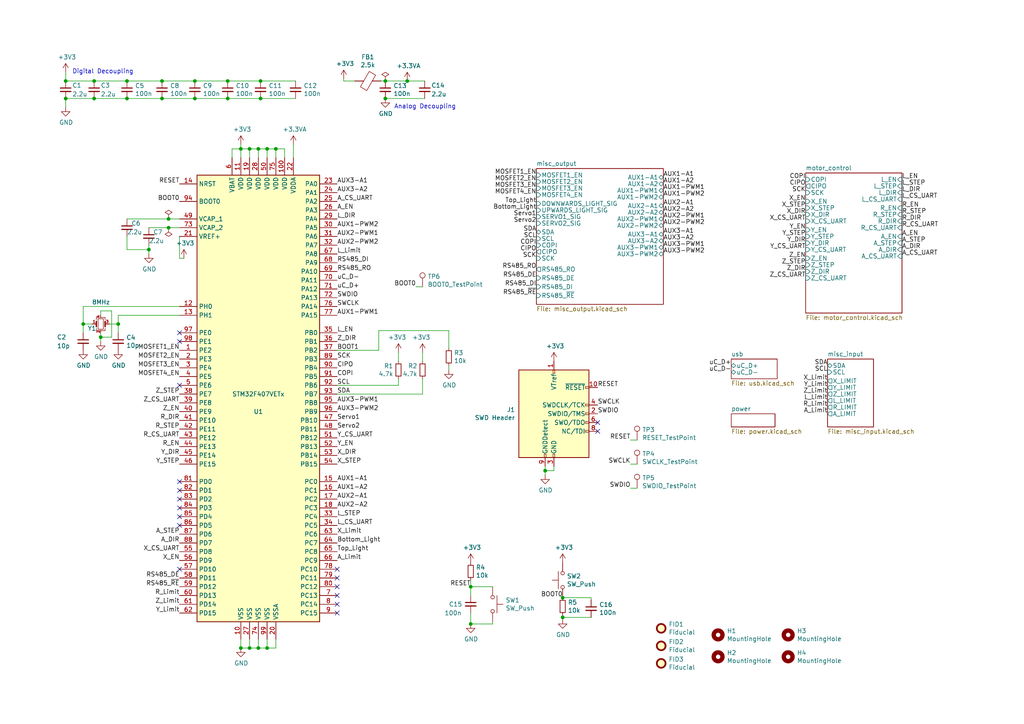
<source format=kicad_sch>
(kicad_sch (version 20211123) (generator eeschema)
  (paper "A4")
  (title_block (title "Index Mobo") (date "2021-02-19") (rev "003"))
  (lib_symbols
    (symbol "Connector:Conn_ARM_JTAG_SWD_10" (pin_names (offset 1.016))
      (property "Reference" "J" (at -2.54 16.51 0))
      (property "Value" "Conn_ARM_JTAG_SWD_10" (at -2.54 13.97 0))
      (symbol "Conn_ARM_JTAG_SWD_10_0_1"
        (rectangle (start -10.16 12.7) (end 10.16 -12.7) (stroke (width 0.254)) (fill (type background)))
        (rectangle (start -2.794 -12.7) (end -2.286 -11.684))
        (rectangle (start -0.254 -12.7) (end 0.254 -11.684))
        (rectangle (start -0.254 12.7) (end 0.254 11.684))
        (rectangle (start 9.144 2.286) (end 10.16 2.794))
        (rectangle (start 10.16 -2.794) (end 9.144 -2.286))
        (rectangle (start 10.16 -0.254) (end 9.144 0.254))
        (rectangle (start 10.16 7.874) (end 9.144 7.366))
      )
      (symbol "Conn_ARM_JTAG_SWD_10_1_1"
        (rectangle (start 9.144 -5.334) (end 10.16 -4.826))
        (pin power_in line (at 0 15.24 270) (length 2.54) (name "VTref") (number "1"))
        (pin open_collector line (at 12.7 7.62 180) (length 2.54) (name "~{RESET}") (number "10"))
        (pin bidirectional line (at 12.7 0 180) (length 2.54) (name "SWDIO/TMS") (number "2"))
        (pin power_in line (at 0 -15.24 90) (length 2.54) (name "GND") (number "3"))
        (pin output line (at 12.7 2.54 180) (length 2.54) (name "SWDCLK/TCK") (number "4"))
        (pin passive line (at 0 -15.24 90) (length 2.54) hide (name "GND") (number "5"))
        (pin input line (at 12.7 -2.54 180) (length 2.54) (name "SWO/TDO") (number "6"))
        (pin no_connect line (at -10.16 0 0) (length 2.54) hide (name "KEY") (number "7"))
        (pin output line (at 12.7 -5.08 180) (length 2.54) (name "NC/TDI") (number "8"))
        (pin passive line (at -2.54 -15.24 90) (length 2.54) (name "GNDDetect") (number "9"))
      )
    )
    (symbol "Connector:TestPoint" (pin_numbers hide) (pin_names (offset 0.762) hide)
      (property "Reference" "TP" (at 0 6.858 0))
      (property "Value" "TestPoint" (at 0 5.08 0))
      (symbol "TestPoint_0_1"
        (circle (center 0 3.302) (radius 0.762))
      )
      (symbol "TestPoint_1_1"
        (pin passive line (at 0 0 90) (length 2.54) (name "1") (number "1"))
      )
    )
    (symbol "Device:C_Small" (pin_numbers hide) (pin_names (offset 0.254) hide)
      (property "Reference" "C" (at 0.254 1.778 0))
      (property "Value" "C_Small" (at 0.254 -2.032 0))
      (symbol "C_Small_0_1"
        (polyline (pts (xy -1.524 -0.508) (xy 1.524 -0.508)) (stroke (width 0.3302)))
        (polyline (pts (xy -1.524 0.508) (xy 1.524 0.508)) (stroke (width 0.3048)))
      )
      (symbol "C_Small_1_1"
        (pin passive line (at 0 2.54 270) (length 2.032) (name "~") (number "1"))
        (pin passive line (at 0 -2.54 90) (length 2.032) (name "~") (number "2"))
      )
    )
    (symbol "Device:Crystal_GND24_Small" (pin_names (offset 1.016) hide)
      (property "Reference" "Y" (at 1.27 4.445 0))
      (property "Value" "Crystal_GND24_Small" (at 1.27 2.54 0))
      (symbol "Crystal_GND24_Small_0_1"
        (rectangle (start -0.762 -1.524) (end 0.762 1.524))
        (polyline (pts (xy -1.27 -0.762) (xy -1.27 0.762)) (stroke (width 0.381)))
        (polyline (pts (xy 1.27 -0.762) (xy 1.27 0.762)) (stroke (width 0.381)))
        (polyline (pts (xy -1.27 -1.27) (xy -1.27 -1.905) (xy 1.27 -1.905) (xy 1.27 -1.27)))
        (polyline (pts (xy -1.27 1.27) (xy -1.27 1.905) (xy 1.27 1.905) (xy 1.27 1.27)))
      )
      (symbol "Crystal_GND24_Small_1_1"
        (pin passive line (at -2.54 0 0) (length 1.27) (name "1") (number "1"))
        (pin passive line (at 0 -2.54 90) (length 0.635) (name "2") (number "2"))
        (pin passive line (at 2.54 0 180) (length 1.27) (name "3") (number "3"))
        (pin passive line (at 0 2.54 270) (length 0.635) (name "4") (number "4"))
      )
    )
    (symbol "Device:Ferrite_Bead" (pin_numbers hide) (pin_names (offset 0))
      (property "Reference" "FB" (at -3.81 0.635 90))
      (property "Value" "Device_Ferrite_Bead" (at 3.81 0 90))
      (symbol "Ferrite_Bead_0_1"
        (polyline (pts (xy 0 -1.27) (xy 0 -1.2192)))
        (polyline (pts (xy 0 1.27) (xy 0 1.2954)))
        (polyline (pts (xy -2.7686 0.4064) (xy -1.7018 2.2606) (xy 2.7686 -0.3048) (xy 1.6764 -2.159) (xy -2.7686 0.4064)))
      )
      (symbol "Ferrite_Bead_1_1"
        (pin passive line (at 0 3.81 270) (length 2.54) (name "~") (number "1"))
        (pin passive line (at 0 -3.81 90) (length 2.54) (name "~") (number "2"))
      )
    )
    (symbol "Device:R_Small" (pin_numbers hide) (pin_names (offset 0.254) hide)
      (property "Reference" "R" (at 0.762 0.508 0))
      (property "Value" "R_Small" (at 0.762 -1.016 0))
      (symbol "R_Small_0_1"
        (rectangle (start -0.762 1.778) (end 0.762 -1.778) (stroke (width 0.2032)))
      )
      (symbol "R_Small_1_1"
        (pin passive line (at 0 2.54 270) (length 0.762) (name "~") (number "1"))
        (pin passive line (at 0 -2.54 90) (length 0.762) (name "~") (number "2"))
      )
    )
    (symbol "MCU_ST_STM32F4:STM32F407VETx"
      (property "Reference" "U" (at -17.78 64.77 0))
      (property "Value" "STM32F407VETx" (at 12.7 64.77 0))
      (symbol "STM32F407VETx_0_1"
        (rectangle (start -17.78 -66.04) (end 17.78 63.5) (stroke (width 0.254)) (fill (type background)))
      )
      (symbol "STM32F407VETx_1_1"
        (pin bidirectional line (at -22.86 12.7 0) (length 5.08) (name "PE2") (number "1"))
        (pin power_in line (at -5.08 -71.12 90) (length 5.08) (name "VSS") (number "10"))
        (pin power_in line (at 7.62 68.58 270) (length 5.08) (name "VDD") (number "100"))
        (pin power_in line (at -5.08 68.58 270) (length 5.08) (name "VDD") (number "11"))
        (pin input line (at -22.86 25.4 0) (length 5.08) (name "PH0") (number "12"))
        (pin input line (at -22.86 22.86 0) (length 5.08) (name "PH1") (number "13"))
        (pin input line (at -22.86 60.96 0) (length 5.08) (name "NRST") (number "14"))
        (pin bidirectional line (at 22.86 -25.4 180) (length 5.08) (name "PC0") (number "15"))
        (pin bidirectional line (at 22.86 -27.94 180) (length 5.08) (name "PC1") (number "16"))
        (pin bidirectional line (at 22.86 -30.48 180) (length 5.08) (name "PC2") (number "17"))
        (pin bidirectional line (at 22.86 -33.02 180) (length 5.08) (name "PC3") (number "18"))
        (pin power_in line (at -2.54 68.58 270) (length 5.08) (name "VDD") (number "19"))
        (pin bidirectional line (at -22.86 10.16 0) (length 5.08) (name "PE3") (number "2"))
        (pin power_in line (at 5.08 -71.12 90) (length 5.08) (name "VSSA") (number "20"))
        (pin power_in line (at -22.86 45.72 0) (length 5.08) (name "VREF+") (number "21"))
        (pin power_in line (at 10.16 68.58 270) (length 5.08) (name "VDDA") (number "22"))
        (pin bidirectional line (at 22.86 60.96 180) (length 5.08) (name "PA0") (number "23"))
        (pin bidirectional line (at 22.86 58.42 180) (length 5.08) (name "PA1") (number "24"))
        (pin bidirectional line (at 22.86 55.88 180) (length 5.08) (name "PA2") (number "25"))
        (pin bidirectional line (at 22.86 53.34 180) (length 5.08) (name "PA3") (number "26"))
        (pin power_in line (at -2.54 -71.12 90) (length 5.08) (name "VSS") (number "27"))
        (pin power_in line (at 0 68.58 270) (length 5.08) (name "VDD") (number "28"))
        (pin bidirectional line (at 22.86 50.8 180) (length 5.08) (name "PA4") (number "29"))
        (pin bidirectional line (at -22.86 7.62 0) (length 5.08) (name "PE4") (number "3"))
        (pin bidirectional line (at 22.86 48.26 180) (length 5.08) (name "PA5") (number "30"))
        (pin bidirectional line (at 22.86 45.72 180) (length 5.08) (name "PA6") (number "31"))
        (pin bidirectional line (at 22.86 43.18 180) (length 5.08) (name "PA7") (number "32"))
        (pin bidirectional line (at 22.86 -35.56 180) (length 5.08) (name "PC4") (number "33"))
        (pin bidirectional line (at 22.86 -38.1 180) (length 5.08) (name "PC5") (number "34"))
        (pin bidirectional line (at 22.86 17.78 180) (length 5.08) (name "PB0") (number "35"))
        (pin bidirectional line (at 22.86 15.24 180) (length 5.08) (name "PB1") (number "36"))
        (pin bidirectional line (at 22.86 12.7 180) (length 5.08) (name "PB2") (number "37"))
        (pin bidirectional line (at -22.86 0 0) (length 5.08) (name "PE7") (number "38"))
        (pin bidirectional line (at -22.86 -2.54 0) (length 5.08) (name "PE8") (number "39"))
        (pin bidirectional line (at -22.86 5.08 0) (length 5.08) (name "PE5") (number "4"))
        (pin bidirectional line (at -22.86 -5.08 0) (length 5.08) (name "PE9") (number "40"))
        (pin bidirectional line (at -22.86 -7.62 0) (length 5.08) (name "PE10") (number "41"))
        (pin bidirectional line (at -22.86 -10.16 0) (length 5.08) (name "PE11") (number "42"))
        (pin bidirectional line (at -22.86 -12.7 0) (length 5.08) (name "PE12") (number "43"))
        (pin bidirectional line (at -22.86 -15.24 0) (length 5.08) (name "PE13") (number "44"))
        (pin bidirectional line (at -22.86 -17.78 0) (length 5.08) (name "PE14") (number "45"))
        (pin bidirectional line (at -22.86 -20.32 0) (length 5.08) (name "PE15") (number "46"))
        (pin bidirectional line (at 22.86 -7.62 180) (length 5.08) (name "PB10") (number "47"))
        (pin bidirectional line (at 22.86 -10.16 180) (length 5.08) (name "PB11") (number "48"))
        (pin power_in line (at -22.86 50.8 0) (length 5.08) (name "VCAP_1") (number "49"))
        (pin bidirectional line (at -22.86 2.54 0) (length 5.08) (name "PE6") (number "5"))
        (pin power_in line (at 2.54 68.58 270) (length 5.08) (name "VDD") (number "50"))
        (pin bidirectional line (at 22.86 -12.7 180) (length 5.08) (name "PB12") (number "51"))
        (pin bidirectional line (at 22.86 -15.24 180) (length 5.08) (name "PB13") (number "52"))
        (pin bidirectional line (at 22.86 -17.78 180) (length 5.08) (name "PB14") (number "53"))
        (pin bidirectional line (at 22.86 -20.32 180) (length 5.08) (name "PB15") (number "54"))
        (pin bidirectional line (at -22.86 -45.72 0) (length 5.08) (name "PD8") (number "55"))
        (pin bidirectional line (at -22.86 -48.26 0) (length 5.08) (name "PD9") (number "56"))
        (pin bidirectional line (at -22.86 -50.8 0) (length 5.08) (name "PD10") (number "57"))
        (pin bidirectional line (at -22.86 -53.34 0) (length 5.08) (name "PD11") (number "58"))
        (pin bidirectional line (at -22.86 -55.88 0) (length 5.08) (name "PD12") (number "59"))
        (pin power_in line (at -7.62 68.58 270) (length 5.08) (name "VBAT") (number "6"))
        (pin bidirectional line (at -22.86 -58.42 0) (length 5.08) (name "PD13") (number "60"))
        (pin bidirectional line (at -22.86 -60.96 0) (length 5.08) (name "PD14") (number "61"))
        (pin bidirectional line (at -22.86 -63.5 0) (length 5.08) (name "PD15") (number "62"))
        (pin bidirectional line (at 22.86 -40.64 180) (length 5.08) (name "PC6") (number "63"))
        (pin bidirectional line (at 22.86 -43.18 180) (length 5.08) (name "PC7") (number "64"))
        (pin bidirectional line (at 22.86 -45.72 180) (length 5.08) (name "PC8") (number "65"))
        (pin bidirectional line (at 22.86 -48.26 180) (length 5.08) (name "PC9") (number "66"))
        (pin bidirectional line (at 22.86 40.64 180) (length 5.08) (name "PA8") (number "67"))
        (pin bidirectional line (at 22.86 38.1 180) (length 5.08) (name "PA9") (number "68"))
        (pin bidirectional line (at 22.86 35.56 180) (length 5.08) (name "PA10") (number "69"))
        (pin bidirectional line (at 22.86 -58.42 180) (length 5.08) (name "PC13") (number "7"))
        (pin bidirectional line (at 22.86 33.02 180) (length 5.08) (name "PA11") (number "70"))
        (pin bidirectional line (at 22.86 30.48 180) (length 5.08) (name "PA12") (number "71"))
        (pin bidirectional line (at 22.86 27.94 180) (length 5.08) (name "PA13") (number "72"))
        (pin power_in line (at -22.86 48.26 0) (length 5.08) (name "VCAP_2") (number "73"))
        (pin power_in line (at 0 -71.12 90) (length 5.08) (name "VSS") (number "74"))
        (pin power_in line (at 5.08 68.58 270) (length 5.08) (name "VDD") (number "75"))
        (pin bidirectional line (at 22.86 25.4 180) (length 5.08) (name "PA14") (number "76"))
        (pin bidirectional line (at 22.86 22.86 180) (length 5.08) (name "PA15") (number "77"))
        (pin bidirectional line (at 22.86 -50.8 180) (length 5.08) (name "PC10") (number "78"))
        (pin bidirectional line (at 22.86 -53.34 180) (length 5.08) (name "PC11") (number "79"))
        (pin bidirectional line (at 22.86 -60.96 180) (length 5.08) (name "PC14") (number "8"))
        (pin bidirectional line (at 22.86 -55.88 180) (length 5.08) (name "PC12") (number "80"))
        (pin bidirectional line (at -22.86 -25.4 0) (length 5.08) (name "PD0") (number "81"))
        (pin bidirectional line (at -22.86 -27.94 0) (length 5.08) (name "PD1") (number "82"))
        (pin bidirectional line (at -22.86 -30.48 0) (length 5.08) (name "PD2") (number "83"))
        (pin bidirectional line (at -22.86 -33.02 0) (length 5.08) (name "PD3") (number "84"))
        (pin bidirectional line (at -22.86 -35.56 0) (length 5.08) (name "PD4") (number "85"))
        (pin bidirectional line (at -22.86 -38.1 0) (length 5.08) (name "PD5") (number "86"))
        (pin bidirectional line (at -22.86 -40.64 0) (length 5.08) (name "PD6") (number "87"))
        (pin bidirectional line (at -22.86 -43.18 0) (length 5.08) (name "PD7") (number "88"))
        (pin bidirectional line (at 22.86 10.16 180) (length 5.08) (name "PB3") (number "89"))
        (pin bidirectional line (at 22.86 -63.5 180) (length 5.08) (name "PC15") (number "9"))
        (pin bidirectional line (at 22.86 7.62 180) (length 5.08) (name "PB4") (number "90"))
        (pin bidirectional line (at 22.86 5.08 180) (length 5.08) (name "PB5") (number "91"))
        (pin bidirectional line (at 22.86 2.54 180) (length 5.08) (name "PB6") (number "92"))
        (pin bidirectional line (at 22.86 0 180) (length 5.08) (name "PB7") (number "93"))
        (pin input line (at -22.86 55.88 0) (length 5.08) (name "BOOT0") (number "94"))
        (pin bidirectional line (at 22.86 -2.54 180) (length 5.08) (name "PB8") (number "95"))
        (pin bidirectional line (at 22.86 -5.08 180) (length 5.08) (name "PB9") (number "96"))
        (pin bidirectional line (at -22.86 17.78 0) (length 5.08) (name "PE0") (number "97"))
        (pin bidirectional line (at -22.86 15.24 0) (length 5.08) (name "PE1") (number "98"))
        (pin power_in line (at 2.54 -71.12 90) (length 5.08) (name "VSS") (number "99"))
      )
    )
    (symbol "Mechanical:Fiducial"
      (property "Reference" "FID" (at 0 5.08 0))
      (property "Value" "Fiducial" (at 0 3.175 0))
      (symbol "Fiducial_0_1"
        (circle (center 0 0) (radius 1.27) (stroke (width 0.508)) (fill (type background)))
      )
    )
    (symbol "Mechanical:MountingHole" (pin_names (offset 1.016))
      (property "Reference" "H" (at 0 5.08 0))
      (property "Value" "MountingHole" (at 0 3.175 0))
      (symbol "MountingHole_0_1"
        (circle (center 0 0) (radius 1.27) (stroke (width 1.27)))
      )
    )
    (symbol "Switch:SW_Push" (pin_numbers hide) (pin_names (offset 1.016) hide)
      (property "Reference" "SW" (at 1.27 2.54 0))
      (property "Value" "SW_Push" (at 0 -1.524 0))
      (symbol "SW_Push_0_1"
        (circle (center -2.032 0) (radius 0.508))
        (polyline (pts (xy 0 1.27) (xy 0 3.048)))
        (polyline (pts (xy 2.54 1.27) (xy -2.54 1.27)))
        (circle (center 2.032 0) (radius 0.508))
        (pin passive line (at -5.08 0 0) (length 2.54) (name "1") (number "1"))
        (pin passive line (at 5.08 0 180) (length 2.54) (name "2") (number "2"))
      )
    )
    (symbol "power:+3.3V" (power) (pin_names (offset 0))
      (property "Value" "+3.3V" (at 0 3.556 0))
      (symbol "+3.3V_0_1"
        (polyline (pts (xy -0.762 1.27) (xy 0 2.54)))
        (polyline (pts (xy 0 0) (xy 0 2.54)))
        (polyline (pts (xy 0 2.54) (xy 0.762 1.27)))
      )
      (symbol "+3.3V_1_1"
        (pin power_in line (at 0 0 90) (length 0) hide (name "+3V3") (number "1"))
      )
    )
    (symbol "power:+3.3VA" (power) (pin_names (offset 0))
      (property "Value" "+3.3VA" (at 0 3.556 0))
      (symbol "+3.3VA_0_1"
        (polyline (pts (xy -0.762 1.27) (xy 0 2.54)))
        (polyline (pts (xy 0 0) (xy 0 2.54)))
        (polyline (pts (xy 0 2.54) (xy 0.762 1.27)))
      )
      (symbol "+3.3VA_1_1"
        (pin power_in line (at 0 0 90) (length 0) hide (name "+3.3VA") (number "1"))
      )
    )
    (symbol "power:+3V3" (power) (pin_names (offset 0))
      (property "Value" "+3V3" (at 0 3.556 0))
      (symbol "+3V3_0_1"
        (polyline (pts (xy -0.762 1.27) (xy 0 2.54)))
        (polyline (pts (xy 0 0) (xy 0 2.54)))
        (polyline (pts (xy 0 2.54) (xy 0.762 1.27)))
      )
      (symbol "+3V3_1_1"
        (pin power_in line (at 0 0 90) (length 0) hide (name "+3V3") (number "1"))
      )
    )
    (symbol "power:GND" (power) (pin_names (offset 0))
      (property "Value" "GND" (at 0 -3.81 0))
      (symbol "GND_0_1"
        (polyline (pts (xy 0 0) (xy 0 -1.27) (xy 1.27 -1.27) (xy 0 -2.54) (xy -1.27 -1.27) (xy 0 -1.27)))
      )
      (symbol "GND_1_1"
        (pin power_in line (at 0 0 270) (length 0) hide (name "GND") (number "1"))
      )
    )
    (symbol "power:PWR_FLAG" (power) (pin_numbers hide) (pin_names (offset 0) hide)
      (property "Value" "PWR_FLAG" (at 0 3.81 0))
      (symbol "PWR_FLAG_0_0"
        (pin power_out line (at 0 0 90) (length 0) (name "pwr") (number "1"))
      )
      (symbol "PWR_FLAG_0_1"
        (polyline (pts (xy 0 0) (xy 0 1.27) (xy -1.016 1.905) (xy 0 2.54) (xy 1.016 1.905) (xy 0 1.27)))
      )
    )
  )
  (junction (at 69.85 43.18))
  (junction (at 43.18 72.39))
  (junction (at 48.895 66.04))
  (junction (at 34.29 93.98))
  (junction (at 36.83 23.495))
  (junction (at 56.515 23.495))
  (junction (at 46.99 28.575))
  (junction (at 46.99 23.495))
  (junction (at 74.93 43.18))
  (junction (at 80.01 43.18))
  (junction (at 24.13 93.98))
  (junction (at 27.305 23.495))
  (junction (at 163.195 173.355))
  (junction (at 27.305 28.575))
  (junction (at 66.04 23.495))
  (junction (at 48.895 63.5))
  (junction (at 19.05 28.575))
  (junction (at 77.47 187.96))
  (junction (at 56.515 28.575))
  (junction (at 163.195 179.07))
  (junction (at 77.47 43.18))
  (junction (at 136.525 170.18))
  (junction (at 75.565 28.575))
  (junction (at 158.115 136.525))
  (junction (at 66.04 28.575))
  (junction (at 111.76 23.495))
  (junction (at 75.565 23.495))
  (junction (at 74.93 187.96))
  (junction (at 136.525 180.975))
  (junction (at 36.83 28.575))
  (junction (at 72.39 187.96))
  (junction (at 111.76 28.575))
  (junction (at 72.39 43.18))
  (junction (at 69.85 187.96))
  (junction (at 118.11 23.495))
  (junction (at 19.05 23.495))
  (junction (at 29.21 97.79))
  (no_connect (at 97.79 177.8))
  (no_connect (at 52.07 149.86))
  (no_connect (at 52.07 144.78))
  (no_connect (at 173.355 122.555))
  (no_connect (at 97.79 172.72))
  (no_connect (at 97.79 165.1))
  (no_connect (at 97.79 170.18))
  (no_connect (at 52.07 142.24))
  (no_connect (at 52.07 111.76))
  (no_connect (at 97.79 167.64))
  (no_connect (at 52.07 139.7))
  (no_connect (at 52.07 147.32))
  (no_connect (at 52.07 99.06))
  (no_connect (at 97.79 175.26))
  (no_connect (at 52.07 152.4))
  (no_connect (at 52.07 96.52))
  (no_connect (at 173.355 125.095))
  (no_connect (at 52.07 165.1))
  (wire (pts (xy 136.525 180.975) (xy 142.875 180.975)))
  (wire (pts (xy 130.175 95.885) (xy 130.175 100.965)))
  (wire (pts (xy 46.99 28.575) (xy 56.515 28.575)))
  (wire (pts (xy 77.47 187.96) (xy 77.47 185.42)))
  (wire (pts (xy 29.21 90.17) (xy 32.385 90.17)))
  (wire (pts (xy 69.85 43.18) (xy 69.85 41.91)))
  (wire (pts (xy 142.875 180.975) (xy 142.875 180.34)))
  (wire (pts (xy 99.695 22.86) (xy 99.695 23.495)))
  (wire (pts (xy 77.47 45.72) (xy 77.47 43.18)))
  (wire (pts (xy 36.83 28.575) (xy 46.99 28.575)))
  (wire (pts (xy 111.76 28.575) (xy 123.19 28.575)))
  (wire (pts (xy 72.39 45.72) (xy 72.39 43.18)))
  (wire (pts (xy 80.01 45.72) (xy 80.01 43.18)))
  (wire (pts (xy 163.195 179.07) (xy 163.195 178.435)))
  (wire (pts (xy 182.88 141.605) (xy 184.785 141.605)))
  (wire (pts (xy 36.83 23.495) (xy 46.99 23.495)))
  (wire (pts (xy 43.18 73.66) (xy 43.18 72.39)))
  (wire (pts (xy 80.01 43.18) (xy 82.55 43.18)))
  (wire (pts (xy 66.04 23.495) (xy 75.565 23.495)))
  (wire (pts (xy 163.195 173.355) (xy 171.45 173.355)))
  (wire (pts (xy 74.93 187.96) (xy 74.93 185.42)))
  (wire (pts (xy 82.55 43.18) (xy 82.55 45.72)))
  (wire (pts (xy 36.83 68.58) (xy 36.83 72.39)))
  (wire (pts (xy 110.49 23.495) (xy 111.76 23.495)))
  (wire (pts (xy 120.65 83.185) (xy 122.555 83.185)))
  (wire (pts (xy 160.655 136.525) (xy 160.655 135.255)))
  (wire (pts (xy 19.05 28.575) (xy 19.05 31.115)))
  (wire (pts (xy 36.83 72.39) (xy 43.18 72.39)))
  (wire (pts (xy 52.07 88.9) (xy 24.13 88.9)))
  (wire (pts (xy 122.555 114.3) (xy 97.79 114.3)))
  (wire (pts (xy 29.21 97.79) (xy 29.21 99.06)))
  (wire (pts (xy 56.515 23.495) (xy 66.04 23.495)))
  (wire (pts (xy 182.88 134.62) (xy 184.785 134.62)))
  (wire (pts (xy 111.76 23.495) (xy 118.11 23.495)))
  (wire (pts (xy 56.515 28.575) (xy 66.04 28.575)))
  (wire (pts (xy 74.93 43.18) (xy 72.39 43.18)))
  (wire (pts (xy 69.85 187.96) (xy 69.85 185.42)))
  (wire (pts (xy 67.31 45.72) (xy 67.31 43.18)))
  (wire (pts (xy 109.855 101.6) (xy 97.79 101.6)))
  (wire (pts (xy 74.93 187.96) (xy 77.47 187.96)))
  (wire (pts (xy 158.115 136.525) (xy 158.115 135.255)))
  (wire (pts (xy 43.18 66.04) (xy 48.895 66.04)))
  (wire (pts (xy 122.555 102.235) (xy 122.555 104.775)))
  (wire (pts (xy 27.305 23.495) (xy 36.83 23.495)))
  (wire (pts (xy 163.195 179.705) (xy 163.195 179.07)))
  (wire (pts (xy 130.175 95.885) (xy 109.855 95.885)))
  (wire (pts (xy 99.695 23.495) (xy 102.87 23.495)))
  (wire (pts (xy 66.04 28.575) (xy 75.565 28.575)))
  (wire (pts (xy 80.01 43.18) (xy 77.47 43.18)))
  (wire (pts (xy 130.175 106.045) (xy 130.175 107.315)))
  (wire (pts (xy 142.875 170.18) (xy 136.525 170.18)))
  (wire (pts (xy 24.13 93.98) (xy 26.67 93.98)))
  (wire (pts (xy 34.29 91.44) (xy 34.29 93.98)))
  (wire (pts (xy 34.29 93.98) (xy 34.29 96.52)))
  (wire (pts (xy 24.13 88.9) (xy 24.13 93.98)))
  (wire (pts (xy 19.05 23.495) (xy 27.305 23.495)))
  (wire (pts (xy 77.47 187.96) (xy 80.01 187.96)))
  (wire (pts (xy 52.07 74.93) (xy 53.34 74.93)))
  (wire (pts (xy 171.45 173.355) (xy 171.45 173.99)))
  (wire (pts (xy 97.79 111.76) (xy 115.57 111.76)))
  (wire (pts (xy 75.565 28.575) (xy 85.725 28.575)))
  (wire (pts (xy 32.385 97.79) (xy 29.21 97.79)))
  (wire (pts (xy 75.565 23.495) (xy 85.725 23.495)))
  (wire (pts (xy 43.18 72.39) (xy 43.18 71.12)))
  (wire (pts (xy 72.39 185.42) (xy 72.39 187.96)))
  (wire (pts (xy 136.525 180.975) (xy 136.525 177.8)))
  (wire (pts (xy 48.895 66.04) (xy 52.07 66.04)))
  (wire (pts (xy 80.01 187.96) (xy 80.01 185.42)))
  (wire (pts (xy 72.39 43.18) (xy 69.85 43.18)))
  (wire (pts (xy 24.13 96.52) (xy 24.13 93.98)))
  (wire (pts (xy 29.21 96.52) (xy 29.21 97.79)))
  (wire (pts (xy 182.88 127.635) (xy 184.785 127.635)))
  (wire (pts (xy 163.195 179.07) (xy 171.45 179.07)))
  (wire (pts (xy 27.305 28.575) (xy 36.83 28.575)))
  (wire (pts (xy 31.75 93.98) (xy 34.29 93.98)))
  (wire (pts (xy 118.11 23.495) (xy 123.19 23.495)))
  (wire (pts (xy 29.21 90.17) (xy 29.21 91.44)))
  (wire (pts (xy 77.47 43.18) (xy 74.93 43.18)))
  (wire (pts (xy 109.855 95.885) (xy 109.855 101.6)))
  (wire (pts (xy 158.115 136.525) (xy 160.655 136.525)))
  (wire (pts (xy 52.07 68.58) (xy 52.07 74.93)))
  (wire (pts (xy 122.555 109.855) (xy 122.555 114.3)))
  (wire (pts (xy 74.93 45.72) (xy 74.93 43.18)))
  (wire (pts (xy 52.07 91.44) (xy 34.29 91.44)))
  (wire (pts (xy 46.99 23.495) (xy 56.515 23.495)))
  (wire (pts (xy 36.83 63.5) (xy 48.895 63.5)))
  (wire (pts (xy 115.57 109.855) (xy 115.57 111.76)))
  (wire (pts (xy 72.39 187.96) (xy 74.93 187.96)))
  (wire (pts (xy 32.385 90.17) (xy 32.385 97.79)))
  (wire (pts (xy 158.115 137.795) (xy 158.115 136.525)))
  (wire (pts (xy 136.525 170.18) (xy 136.525 172.72)))
  (wire (pts (xy 85.09 41.91) (xy 85.09 45.72)))
  (wire (pts (xy 19.05 28.575) (xy 27.305 28.575)))
  (wire (pts (xy 48.895 63.5) (xy 52.07 63.5)))
  (wire (pts (xy 136.525 168.275) (xy 136.525 170.18)))
  (wire (pts (xy 67.31 43.18) (xy 69.85 43.18)))
  (wire (pts (xy 115.57 102.235) (xy 115.57 104.775)))
  (wire (pts (xy 19.05 20.955) (xy 19.05 23.495)))
  (wire (pts (xy 69.85 45.72) (xy 69.85 43.18)))
  (wire (pts (xy 72.39 187.96) (xy 69.85 187.96)))
  (text "Analog Decoupling" (at 114.3 31.75 0) (effects (font (size 1.27 1.27)) (justify left bottom)))
  (text "Digital Decoupling" (at 20.955 21.59 0) (effects (font (size 1.27 1.27)) (justify left bottom)))
  (label "Bottom_Light" (at 155.575 60.96 180))
  (label "BOOT0" (at 52.07 58.42 180))
  (label "A_Limit" (at 240.03 120.015 180))
  (label "AUX2-PWM2" (at 192.405 65.405 0))
  (label "uC_D+" (at 97.79 83.82 0))
  (label "L_EN" (at 97.79 96.52 0))
  (label "L_EN" (at 261.62 52.07 0))
  (label "MOSFET1_EN" (at 155.575 50.8 180))
  (label "Y_EN" (at 97.79 129.54 0))
  (label "A_Limit" (at 97.79 162.56 0))
  (label "Y_CS_UART" (at 97.79 127 0))
  (label "RESET" (at 182.88 127.635 180))
  (label "A_CS_UART" (at 97.79 58.42 0))
  (label "SWDIO" (at 182.88 141.605 180))
  (label "R_EN" (at 261.62 60.325 0))
  (label "MOSFET2_EN" (at 52.07 104.14 180))
  (label "SCK" (at 155.575 74.93 180))
  (label "Y_STEP" (at 52.07 134.62 180))
  (label "X_EN" (at 52.07 162.56 180))
  (label "Y_Limit" (at 240.03 112.395 180))
  (label "AUX2-PWM1" (at 97.79 68.58 0))
  (label "Z_DIR" (at 97.79 99.06 0))
  (label "BOOT0" (at 120.65 83.185 180))
  (label "RS485_DE" (at 52.07 167.64 180))
  (label "RS485_DI" (at 97.79 76.2 0))
  (label "Bottom_Light" (at 97.79 157.48 0))
  (label "L_CS_UART" (at 261.62 57.785 0))
  (label "SWCLK" (at 173.355 117.475 0))
  (label "MOSFET4_EN" (at 155.575 56.515 180))
  (label "A_EN" (at 97.79 60.96 0))
  (label "Z_STEP" (at 233.68 76.835 180))
  (label "SCL" (at 155.575 69.215 180))
  (label "Servo1" (at 155.575 62.865 180))
  (label "A_STEP" (at 52.07 154.94 180))
  (label "Z_STEP" (at 52.07 114.3 180))
  (label "SWDIO" (at 97.79 86.36 0))
  (label "Top_Light" (at 97.79 160.02 0))
  (label "uC_D+" (at 212.09 106.045 180))
  (label "L_CS_UART" (at 97.79 152.4 0))
  (label "CIPO" (at 233.68 53.975 180))
  (label "Y_DIR" (at 52.07 132.08 180))
  (label "Z_Limit" (at 240.03 114.3 180))
  (label "COPI" (at 155.575 71.12 180))
  (label "X_CS_UART" (at 233.68 64.135 180))
  (label "X_DIR" (at 233.68 62.23 180))
  (label "AUX3-A1" (at 192.405 67.945 0))
  (label "Y_CS_UART" (at 233.68 72.39 180))
  (label "AUX2-A2" (at 97.79 147.32 0))
  (label "Servo2" (at 97.79 124.46 0))
  (label "AUX1-PWM1" (at 192.405 55.245 0))
  (label "AUX3-A2" (at 192.405 69.85 0))
  (label "SDA" (at 97.79 114.3 0))
  (label "AUX2-PWM1" (at 192.405 63.5 0))
  (label "AUX1-PWM2" (at 97.79 66.04 0))
  (label "A_EN" (at 261.62 68.58 0))
  (label "Y_EN" (at 233.68 66.675 180))
  (label "R_STEP" (at 52.07 124.46 180))
  (label "L_STEP" (at 261.62 53.975 0))
  (label "uC_D-" (at 212.09 107.95 180))
  (label "Z_Limit" (at 52.07 175.26 180))
  (label "RS485_DE" (at 155.575 80.645 180))
  (label "R_CS_UART" (at 261.62 66.04 0))
  (label "X_STEP" (at 97.79 134.62 0))
  (label "Z_EN" (at 233.68 74.93 180))
  (label "CIPO" (at 155.575 73.025 180))
  (label "SCK" (at 97.79 104.14 0))
  (label "AUX2-A2" (at 192.405 61.595 0))
  (label "RESET" (at 173.355 112.395 0))
  (label "MOSFET4_EN" (at 52.07 109.22 180))
  (label "Z_CS_UART" (at 52.07 116.84 180))
  (label "AUX2-A1" (at 192.405 59.69 0))
  (label "SCK" (at 233.68 55.88 180))
  (label "RS485_DI" (at 155.575 83.185 180))
  (label "L_DIR" (at 97.79 63.5 0))
  (label "A_DIR" (at 52.07 157.48 180))
  (label "X_Limit" (at 97.79 154.94 0))
  (label "uC_D-" (at 97.79 81.28 0))
  (label "X_DIR" (at 97.79 132.08 0))
  (label "RS485_~{RE}" (at 52.07 170.18 180))
  (label "RS485_RO" (at 97.79 78.74 0))
  (label "SDA" (at 155.575 67.31 180))
  (label "SWCLK" (at 182.88 134.62 180))
  (label "AUX1-A2" (at 97.79 142.24 0))
  (label "R_STEP" (at 261.62 62.23 0))
  (label "AUX1-A1" (at 97.79 139.7 0))
  (label "A_CS_UART" (at 261.62 74.295 0))
  (label "AUX3-PWM2" (at 192.405 73.66 0))
  (label "R_EN" (at 52.07 129.54 180))
  (label "RESET" (at 52.07 53.34 180))
  (label "L_Limit" (at 97.79 73.66 0))
  (label "Z_EN" (at 52.07 119.38 180))
  (label "AUX2-A1" (at 97.79 144.78 0))
  (label "Top_Light" (at 155.575 59.055 180))
  (label "AUX3-PWM2" (at 97.79 119.38 0))
  (label "BOOT1" (at 97.79 101.6 0))
  (label "COPI" (at 97.79 109.22 0))
  (label "Z_CS_UART" (at 233.68 80.645 180))
  (label "X_CS_UART" (at 52.07 160.02 180))
  (label "Y_STEP" (at 233.68 68.58 180))
  (label "R_Limit" (at 52.07 172.72 180))
  (label "Servo1" (at 97.79 121.92 0))
  (label "MOSFET2_EN" (at 155.575 52.705 180))
  (label "MOSFET3_EN" (at 52.07 106.68 180))
  (label "L_Limit" (at 240.03 116.205 180))
  (label "RS485_~{RE}" (at 155.575 85.725 180))
  (label "AUX3-PWM1" (at 192.405 71.755 0))
  (label "AUX1-PWM2" (at 192.405 57.15 0))
  (label "AUX3-PWM1" (at 97.79 116.84 0))
  (label "AUX3-A2" (at 97.79 55.88 0))
  (label "SWDIO" (at 173.355 120.015 0))
  (label "X_STEP" (at 233.68 60.325 180))
  (label "MOSFET1_EN" (at 52.07 101.6 180))
  (label "Z_DIR" (at 233.68 78.74 180))
  (label "A_DIR" (at 261.62 72.39 0))
  (label "AUX2-PWM2" (at 97.79 71.12 0))
  (label "L_DIR" (at 261.62 55.88 0))
  (label "AUX1-PWM1" (at 97.79 91.44 0))
  (label "SDA" (at 240.03 106.045 180))
  (label "CIPO" (at 97.79 106.68 0))
  (label "MOSFET3_EN" (at 155.575 54.61 180))
  (label "R_CS_UART" (at 52.07 127 180))
  (label "Y_DIR" (at 233.68 70.485 180))
  (label "SCL" (at 97.79 111.76 0))
  (label "R_DIR" (at 52.07 121.92 180))
  (label "RESET" (at 136.525 170.18 180))
  (label "Servo2" (at 155.575 64.77 180))
  (label "BOOT0" (at 163.195 173.355 180))
  (label "R_Limit" (at 240.03 118.11 180))
  (label "SCL" (at 240.03 107.95 180))
  (label "X_EN" (at 233.68 58.42 180))
  (label "AUX1-A1" (at 192.405 51.435 0))
  (label "R_DIR" (at 261.62 64.135 0))
  (label "RS485_RO" (at 155.575 78.105 180))
  (label "Y_Limit" (at 52.07 177.8 180))
  (label "COPI" (at 233.68 52.07 180))
  (label "A_STEP" (at 261.62 70.485 0))
  (label "SWCLK" (at 97.79 88.9 0))
  (label "AUX1-A2" (at 192.405 53.34 0))
  (label "L_STEP" (at 97.79 149.86 0))
  (label "AUX3-A1" (at 97.79 53.34 0))
  (label "X_Limit" (at 240.03 110.49 180))
  (symbol (lib_id "power:GND") (at 69.85 187.96 0) (unit 1)
    (property "Reference" "#PWR09" (effects hide))
    (property "Value" "GND" (at 69.977 192.3542 0))
  )
  (symbol (lib_id "power:GND") (at 158.115 137.795 0) (unit 1)
    (property "Reference" "#PWR019" (effects hide))
    (property "Value" "GND" (at 158.242 142.1892 0))
  )
  (symbol (lib_id "power:GND") (at 19.05 31.115 0) (unit 1)
    (property "Reference" "#PWR02" (effects hide))
    (property "Value" "GND" (at 19.177 35.5092 0))
  )
  (symbol (lib_id "MCU_ST_STM32F4:STM32F407VETx") (at 74.93 114.3 0) (unit 1)
    (property "Reference" "U1" (at 74.93 119.38 0))
    (property "Value" "STM32F407VETx" (at 74.93 114.3 0))
    (property "Footprint" "Package_QFP:LQFP-100_14x14mm_P0.5mm" (effects hide))
    (property "Datasheet" "http://www.st.com/st-web-ui/static/active/en/resource/technical/document/datasheet/DM00037051.pdf" (effects hide))
    (property "Digikey" "497-12075-ND" (effects hide))
    (property "JLCPCB" "C28730" (effects hide))
    (property "LCSC" "C28730" (effects hide))
    (property "Mouser" "511-STM32F407VET6" (effects hide))
  )
  (symbol (lib_id "Mechanical:MountingHole") (at 208.28 184.15 0) (unit 1)
    (property "Reference" "H1" (at 210.82 182.9816 0) (effects (justify left)))
    (property "Value" "MountingHole" (at 210.82 185.293 0) (effects (justify left)))
    (property "Footprint" "MountingHole:MountingHole_3.2mm_M3_DIN965_Pad" (effects hide))
  )
  (symbol (lib_id "Mechanical:MountingHole") (at 208.28 190.5 0) (unit 1)
    (property "Reference" "H2" (at 210.82 189.3316 0) (effects (justify left)))
    (property "Value" "MountingHole" (at 210.82 191.643 0) (effects (justify left)))
    (property "Footprint" "MountingHole:MountingHole_3.2mm_M3_DIN965_Pad" (effects hide))
  )
  (symbol (lib_id "Mechanical:MountingHole") (at 228.6 184.15 0) (unit 1)
    (property "Reference" "H3" (at 231.14 182.9816 0) (effects (justify left)))
    (property "Value" "MountingHole" (at 231.14 185.293 0) (effects (justify left)))
    (property "Footprint" "MountingHole:MountingHole_3.2mm_M3_DIN965_Pad" (effects hide))
  )
  (symbol (lib_id "Mechanical:MountingHole") (at 228.6 190.5 0) (unit 1)
    (property "Reference" "H4" (at 231.14 189.3316 0) (effects (justify left)))
    (property "Value" "MountingHole" (at 231.14 191.643 0) (effects (justify left)))
    (property "Footprint" "MountingHole:MountingHole_3.2mm_M3_DIN965_Pad" (effects hide))
  )
  (symbol (lib_id "Device:C_Small") (at 136.525 175.26 0) (unit 1)
    (property "Reference" "C15" (at 130.175 175.26 0) (effects (justify left)))
    (property "Value" "100n" (at 128.905 177.8 0) (effects (justify left)))
    (property "Footprint" "Capacitor_SMD:C_0805_2012Metric" (effects hide))
    (property "Digikey" "1276-1180-1-ND" (effects hide))
    (property "JLCPCB" "C49678" (effects hide))
    (property "LCSC" "C360619" (effects hide))
    (property "Mouser" "581-08055C104K" (effects hide))
  )
  (symbol (lib_id "Device:C_Small") (at 36.83 66.04 0) (unit 1)
    (property "Reference" "C6" (at 38.1 64.77 0) (effects (justify left)))
    (property "Value" "2.2u" (at 36.83 67.31 0) (effects (justify left)))
    (property "Footprint" "Capacitor_SMD:C_0805_2012Metric" (effects hide))
    (property "Digikey" "587-4961-1-ND" (effects hide))
    (property "JLCPCB" "C49217" (effects hide))
    (property "LCSC" "C49217" (effects hide))
    (property "Mouser" "963-UMK212ABJ225KG-T" (effects hide))
    (property "Partnumber" "a" (effects hide))
  )
  (symbol (lib_id "Device:C_Small") (at 43.18 68.58 0) (unit 1)
    (property "Reference" "C7" (at 44.45 67.31 0) (effects (justify left)))
    (property "Value" "2.2u" (at 43.18 69.85 0) (effects (justify left)))
    (property "Footprint" "Capacitor_SMD:C_0805_2012Metric" (effects hide))
    (property "Digikey" "587-4961-1-ND" (effects hide))
    (property "JLCPCB" "C49217" (effects hide))
    (property "LCSC" "C49217" (effects hide))
    (property "Mouser" "963-UMK212ABJ225KG-T" (effects hide))
    (property "Partnumber" "a" (effects hide))
  )
  (symbol (lib_id "power:GND") (at 43.18 73.66 0) (unit 1)
    (property "Reference" "#PWR06" (effects hide))
    (property "Value" "GND" (at 43.307 78.0542 0))
  )
  (symbol (lib_id "Device:C_Small") (at 34.29 99.06 0) (unit 1)
    (property "Reference" "C4" (at 36.6268 97.8916 0) (effects (justify left)))
    (property "Value" "10p" (at 36.6268 100.203 0) (effects (justify left)))
    (property "Footprint" "Capacitor_SMD:C_0805_2012Metric" (effects hide))
    (property "JLCPCB" "C1785" (effects hide))
    (property "LCSC" "C525280" (effects hide))
  )
  (symbol (lib_id "Device:C_Small") (at 24.13 99.06 0) (unit 1)
    (property "Reference" "C2" (at 16.51 97.79 0) (effects (justify left)))
    (property "Value" "10p" (at 16.51 100.33 0) (effects (justify left)))
    (property "Footprint" "Capacitor_SMD:C_0805_2012Metric" (effects hide))
    (property "JLCPCB" "C1785" (effects hide))
    (property "LCSC" "C525280" (effects hide))
  )
  (symbol (lib_id "power:GND") (at 24.13 101.6 0) (unit 1)
    (property "Reference" "#PWR03" (effects hide))
    (property "Value" "GND" (at 24.257 105.9942 0))
  )
  (symbol (lib_id "power:GND") (at 34.29 101.6 0) (unit 1)
    (property "Reference" "#PWR05" (effects hide))
    (property "Value" "GND" (at 34.417 105.9942 0))
  )
  (symbol (lib_id "power:+3V3") (at 53.34 74.93 0) (unit 1)
    (property "Reference" "#PWR07" (effects hide))
    (property "Value" "+3V3" (at 53.721 70.5358 0))
  )
  (symbol (lib_id "Device:R_Small") (at 130.175 103.505 0) (unit 1)
    (property "Reference" "R3" (at 131.6736 102.3366 0) (effects (justify left)))
    (property "Value" "10k" (at 131.6736 104.648 0) (effects (justify left)))
    (property "Footprint" "Resistor_SMD:R_0805_2012Metric" (effects hide))
    (property "Digikey" "RMCF0805FT10K0CT-ND" (effects hide))
    (property "JLCPCB" "C17414" (effects hide))
    (property "LCSC" "C115295" (effects hide))
    (property "Mouser" "71-CRCW080510K0FKEAC" (effects hide))
  )
  (symbol (lib_id "Device:R_Small") (at 163.195 175.895 0) (unit 1)
    (property "Reference" "R5" (at 164.6936 174.7266 0) (effects (justify left)))
    (property "Value" "10k" (at 164.6936 177.038 0) (effects (justify left)))
    (property "Footprint" "Resistor_SMD:R_0805_2012Metric" (effects hide))
    (property "Digikey" "RMCF0805FT10K0CT-ND" (effects hide))
    (property "JLCPCB" "C17414" (effects hide))
    (property "LCSC" "C115295" (effects hide))
    (property "Mouser" "71-CRCW080510K0FKEAC" (effects hide))
  )
  (symbol (lib_id "power:GND") (at 163.195 179.705 0) (unit 1)
    (property "Reference" "#PWR022" (effects hide))
    (property "Value" "GND" (at 163.322 184.0992 0))
  )
  (symbol (lib_id "Device:Crystal_GND24_Small") (at 29.21 93.98 0) (unit 1)
    (property "Reference" "Y1" (at 25.4 95.25 0) (effects (justify left)))
    (property "Value" "8MHz" (at 26.67 87.63 0) (effects (justify left)))
    (property "Footprint" "Crystal:Crystal_SMD_3225-4Pin_3.2x2.5mm" (effects hide))
    (property "JLCPCB" "C57131" (effects hide))
    (property "LCSC" "C518155" (effects hide))
    (property "Digikey" "50-ECS-80-10-33-CHN-CT-ND" (effects hide))
    (property "Mouser" "520-ECS-80-1033CHNTR" (effects hide))
  )
  (symbol (lib_id "power:GND") (at 29.21 99.06 0) (unit 1)
    (property "Reference" "#PWR04" (effects hide))
    (property "Value" "GND" (at 29.337 103.4542 0))
  )
  (symbol (lib_id "Device:C_Small") (at 36.83 26.035 0) (unit 1)
    (property "Reference" "C5" (at 39.1668 24.8666 0) (effects (justify left)))
    (property "Value" "100n" (at 39.1668 27.178 0) (effects (justify left)))
    (property "Footprint" "Capacitor_SMD:C_0805_2012Metric" (effects hide))
    (property "Digikey" "1276-1180-1-ND" (effects hide))
    (property "JLCPCB" "C49678" (effects hide))
    (property "LCSC" "C360619" (effects hide))
    (property "Mouser" "581-08055C104K" (effects hide))
  )
  (symbol (lib_id "Device:C_Small") (at 46.99 26.035 0) (unit 1)
    (property "Reference" "C8" (at 49.3268 24.8666 0) (effects (justify left)))
    (property "Value" "100n" (at 49.3268 27.178 0) (effects (justify left)))
    (property "Footprint" "Capacitor_SMD:C_0805_2012Metric" (effects hide))
    (property "Digikey" "1276-1180-1-ND" (effects hide))
    (property "JLCPCB" "C49678" (effects hide))
    (property "LCSC" "C360619" (effects hide))
    (property "Mouser" "581-08055C104K" (effects hide))
  )
  (symbol (lib_id "Device:C_Small") (at 56.515 26.035 0) (unit 1)
    (property "Reference" "C9" (at 58.8518 24.8666 0) (effects (justify left)))
    (property "Value" "100n" (at 58.8518 27.178 0) (effects (justify left)))
    (property "Footprint" "Capacitor_SMD:C_0805_2012Metric" (effects hide))
    (property "Digikey" "1276-1180-1-ND" (effects hide))
    (property "JLCPCB" "C49678" (effects hide))
    (property "LCSC" "C360619" (effects hide))
    (property "Mouser" "581-08055C104K" (effects hide))
  )
  (symbol (lib_id "Device:C_Small") (at 66.04 26.035 0) (unit 1)
    (property "Reference" "C10" (at 68.3768 24.8666 0) (effects (justify left)))
    (property "Value" "100n" (at 68.3768 27.178 0) (effects (justify left)))
    (property "Footprint" "Capacitor_SMD:C_0805_2012Metric" (effects hide))
    (property "Digikey" "1276-1180-1-ND" (effects hide))
    (property "JLCPCB" "C49678" (effects hide))
    (property "LCSC" "C360619" (effects hide))
    (property "Mouser" "581-08055C104K" (effects hide))
  )
  (symbol (lib_id "Device:C_Small") (at 75.565 26.035 0) (unit 1)
    (property "Reference" "C11" (at 77.9018 24.8666 0) (effects (justify left)))
    (property "Value" "100n" (at 77.9018 27.178 0) (effects (justify left)))
    (property "Footprint" "Capacitor_SMD:C_0805_2012Metric" (effects hide))
    (property "Digikey" "1276-1180-1-ND" (effects hide))
    (property "JLCPCB" "C49678" (effects hide))
    (property "LCSC" "C360619" (effects hide))
    (property "Mouser" "581-08055C104K" (effects hide))
  )
  (symbol (lib_id "Device:C_Small") (at 85.725 26.035 0) (unit 1)
    (property "Reference" "C12" (at 88.0618 24.8666 0) (effects (justify left)))
    (property "Value" "100n" (at 88.0618 27.178 0) (effects (justify left)))
    (property "Footprint" "Capacitor_SMD:C_0805_2012Metric" (effects hide))
    (property "Digikey" "1276-1180-1-ND" (effects hide))
    (property "JLCPCB" "C49678" (effects hide))
    (property "LCSC" "C360619" (effects hide))
    (property "Mouser" "581-08055C104K" (effects hide))
  )
  (symbol (lib_id "Device:C_Small") (at 111.76 26.035 0) (unit 1)
    (property "Reference" "C13" (at 114.0968 24.8666 0) (effects (justify left)))
    (property "Value" "100n" (at 114.0968 27.178 0) (effects (justify left)))
    (property "Footprint" "Capacitor_SMD:C_0805_2012Metric" (effects hide))
    (property "Digikey" "1276-1180-1-ND" (effects hide))
    (property "JLCPCB" "C49678" (effects hide))
    (property "LCSC" "C360619" (effects hide))
    (property "Mouser" "581-08055C104K" (effects hide))
  )
  (symbol (lib_id "power:GND") (at 111.76 28.575 0) (unit 1)
    (property "Reference" "#PWR012" (effects hide))
    (property "Value" "GND" (at 111.887 32.9692 0))
  )
  (symbol (lib_id "power:GND") (at 130.175 107.315 0) (unit 1)
    (property "Reference" "#PWR016" (effects hide))
    (property "Value" "GND" (at 130.302 111.7092 0))
  )
  (symbol (lib_id "Connector:Conn_ARM_JTAG_SWD_10") (at 160.655 120.015 0) (unit 1)
    (property "Reference" "J1" (at 149.4028 118.8466 0) (effects (justify right)))
    (property "Value" "SWD Header" (at 149.4028 121.158 0) (effects (justify right)))
    (property "Footprint" "Connector_PinHeader_1.27mm:PinHeader_2x05_P1.27mm_Vertical_SMD" (effects hide))
    (property "Datasheet" "http://infocenter.arm.com/help/topic/com.arm.doc.ddi0314h/DDI0314H_coresight_components_trm.pdf" (effects hide))
    (property "LCSC" "C150517" (effects hide))
    (property "Config" "+Debug" (effects hide))
  )
  (symbol (lib_id "Mechanical:Fiducial") (at 191.77 187.325 0) (unit 1)
    (property "Reference" "FID2" (at 193.929 186.1566 0) (effects (justify left)))
    (property "Value" "Fiducial" (at 193.929 188.468 0) (effects (justify left)))
    (property "Footprint" "Fiducial:Fiducial_1mm_Mask2mm" (effects hide))
  )
  (symbol (lib_id "Mechanical:Fiducial") (at 191.77 192.405 0) (unit 1)
    (property "Reference" "FID3" (at 193.929 191.2366 0) (effects (justify left)))
    (property "Value" "Fiducial" (at 193.929 193.548 0) (effects (justify left)))
    (property "Footprint" "Fiducial:Fiducial_1mm_Mask2mm" (effects hide))
  )
  (symbol (lib_id "Mechanical:Fiducial") (at 191.77 182.245 0) (unit 1)
    (property "Reference" "FID1" (at 193.929 181.0766 0) (effects (justify left)))
    (property "Value" "Fiducial" (at 193.929 183.388 0) (effects (justify left)))
    (property "Footprint" "Fiducial:Fiducial_1mm_Mask2mm" (effects hide))
  )
  (symbol (lib_id "power:+3.3V") (at 136.525 163.195 0) (unit 1)
    (property "Reference" "#PWR017" (effects hide))
    (property "Value" "+3.3V" (at 136.906 158.8008 0))
  )
  (symbol (lib_id "power:+3.3V") (at 69.85 41.91 0) (unit 1)
    (property "Reference" "#PWR08" (effects hide))
    (property "Value" "+3.3V" (at 70.231 37.5158 0))
  )
  (symbol (lib_id "power:+3.3V") (at 19.05 20.955 0) (unit 1)
    (property "Reference" "#PWR01" (effects hide))
    (property "Value" "+3.3V" (at 19.431 16.5608 0))
  )
  (symbol (lib_id "power:+3.3V") (at 99.695 22.86 0) (unit 1)
    (property "Reference" "#PWR011" (effects hide))
    (property "Value" "+3.3V" (at 100.076 18.4658 0))
  )
  (symbol (lib_id "power:+3.3V") (at 160.655 104.775 0) (unit 1)
    (property "Reference" "#PWR020" (effects hide))
    (property "Value" "+3.3V" (at 161.036 100.3808 0))
  )
  (symbol (lib_id "power:+3.3V") (at 163.195 163.195 0) (unit 1)
    (property "Reference" "#PWR021" (effects hide))
    (property "Value" "+3.3V" (at 163.576 158.8008 0))
  )
  (symbol (lib_id "Device:C_Small") (at 27.305 26.035 0) (unit 1)
    (property "Reference" "C3" (at 29.21 24.765 0) (effects (justify left)))
    (property "Value" "2.2u" (at 29.21 27.305 0) (effects (justify left)))
    (property "Footprint" "Capacitor_SMD:C_0805_2012Metric" (effects hide))
    (property "Digikey" "587-4961-1-ND" (effects hide))
    (property "JLCPCB" "C49217" (effects hide))
    (property "LCSC" "C49217" (effects hide))
    (property "Mouser" "963-UMK212ABJ225KG-T" (effects hide))
    (property "Partnumber" "a" (effects hide))
  )
  (symbol (lib_id "Device:C_Small") (at 19.05 26.035 0) (unit 1)
    (property "Reference" "C1" (at 20.955 24.765 0) (effects (justify left)))
    (property "Value" "2.2u" (at 20.955 27.305 0) (effects (justify left)))
    (property "Footprint" "Capacitor_SMD:C_0805_2012Metric" (effects hide))
    (property "Digikey" "587-4961-1-ND" (effects hide))
    (property "JLCPCB" "C49217" (effects hide))
    (property "LCSC" "C49217" (effects hide))
    (property "Mouser" "963-UMK212ABJ225KG-T" (effects hide))
    (property "Partnumber" "a" (effects hide))
  )
  (symbol (lib_id "Device:C_Small") (at 123.19 26.035 0) (unit 1)
    (property "Reference" "C14" (at 125.095 24.765 0) (effects (justify left)))
    (property "Value" "2.2u" (at 125.095 27.305 0) (effects (justify left)))
    (property "Footprint" "Capacitor_SMD:C_0805_2012Metric" (effects hide))
    (property "Digikey" "587-4961-1-ND" (effects hide))
    (property "JLCPCB" "C49217" (effects hide))
    (property "LCSC" "C49217" (effects hide))
    (property "Mouser" "963-UMK212ABJ225KG-T" (effects hide))
    (property "Partnumber" "a" (effects hide))
  )
  (symbol (lib_id "power:PWR_FLAG") (at 48.895 63.5 0) (unit 1)
    (property "Reference" "#FLG01" (effects hide))
    (property "Value" "PWR_FLAG" (effects hide))
  )
  (symbol (lib_id "power:PWR_FLAG") (at 48.895 66.04 180) (unit 1)
    (property "Reference" "#FLG02" (effects hide))
    (property "Value" "PWR_FLAG" (effects hide))
  )
  (symbol (lib_id "Device:R_Small") (at 115.57 107.315 0) (mirror y) (unit 1)
    (property "Reference" "R1" (at 114.0714 106.1466 0) (effects (justify left)))
    (property "Value" "4.7k" (at 114.0714 108.458 0) (effects (justify left)))
    (property "Footprint" "Resistor_SMD:R_0805_2012Metric" (effects hide))
    (property "Digikey" "A129757CT-ND" (effects hide))
    (property "JLCPCB" "C17673" (effects hide))
    (property "LCSC" "C17673" (effects hide))
    (property "Mouser" "71-CRCW08054K70FKEAC" (effects hide))
  )
  (symbol (lib_id "Device:R_Small") (at 122.555 107.315 0) (mirror y) (unit 1)
    (property "Reference" "R2" (at 121.0564 106.1466 0) (effects (justify left)))
    (property "Value" "4.7k" (at 121.0564 108.458 0) (effects (justify left)))
    (property "Footprint" "Resistor_SMD:R_0805_2012Metric" (effects hide))
    (property "Digikey" "A129757CT-ND" (effects hide))
    (property "JLCPCB" "C17673" (effects hide))
    (property "LCSC" "C17673" (effects hide))
    (property "Mouser" "71-CRCW08054K70FKEAC" (effects hide))
  )
  (symbol (lib_id "power:+3.3V") (at 115.57 102.235 0) (mirror y) (unit 1)
    (property "Reference" "#PWR013" (effects hide))
    (property "Value" "+3.3V" (at 115.189 97.8408 0))
  )
  (symbol (lib_id "power:+3.3V") (at 122.555 102.235 0) (mirror y) (unit 1)
    (property "Reference" "#PWR015" (effects hide))
    (property "Value" "+3.3V" (at 122.174 97.8408 0))
  )
  (symbol (lib_id "Device:R_Small") (at 136.525 165.735 0) (unit 1)
    (property "Reference" "R4" (at 138.0236 164.5666 0) (effects (justify left)))
    (property "Value" "10k" (at 138.0236 166.878 0) (effects (justify left)))
    (property "Footprint" "Resistor_SMD:R_0805_2012Metric" (effects hide))
    (property "Digikey" "RMCF0805FT10K0CT-ND" (effects hide))
    (property "JLCPCB" "C17414" (effects hide))
    (property "LCSC" "C115295" (effects hide))
    (property "Mouser" "71-CRCW080510K0FKEAC" (effects hide))
  )
  (symbol (lib_id "Device:C_Small") (at 171.45 176.53 0) (unit 1)
    (property "Reference" "C16" (at 173.7868 175.3616 0) (effects (justify left)))
    (property "Value" "100n" (at 173.7868 177.673 0) (effects (justify left)))
    (property "Footprint" "Capacitor_SMD:C_0805_2012Metric" (effects hide))
    (property "Digikey" "1276-1180-1-ND" (effects hide))
    (property "JLCPCB" "C49678" (effects hide))
    (property "LCSC" "C360619" (effects hide))
    (property "Mouser" "581-08055C104K" (effects hide))
  )
  (symbol (lib_id "Switch:SW_Push") (at 163.195 168.275 90) (unit 1)
    (property "Reference" "SW2" (at 164.4142 167.1066 90) (effects (justify right)))
    (property "Value" "SW_Push" (at 164.4142 169.418 90) (effects (justify right)))
    (property "Footprint" "Button_Switch_SMD:SW_SPST_B3S-1000" (effects hide))
    (property "Datasheet" "https://omronfs.omron.com/en_US/ecb/products/pdf/en-b3s.pdf" (effects hide))
    (property "JLCPCB" "C83206" (effects hide))
    (property "Digikey" "SW415-ND" (effects hide))
    (property "LCSC" "C83206" (effects hide))
    (property "Mouser" "653-B3S-1000P" (effects hide))
  )
  (symbol (lib_id "power:GND") (at 136.525 180.975 0) (unit 1)
    (property "Reference" "#PWR018" (effects hide))
    (property "Value" "GND" (at 136.652 185.3692 0))
  )
  (symbol (lib_id "Switch:SW_Push") (at 142.875 175.26 270) (mirror x) (unit 1)
    (property "Reference" "SW1" (at 146.6342 174.0916 90) (effects (justify left)))
    (property "Value" "SW_Push" (at 146.6342 176.403 90) (effects (justify left)))
    (property "Footprint" "Button_Switch_SMD:SW_SPST_B3S-1000" (effects hide))
    (property "Datasheet" "https://omronfs.omron.com/en_US/ecb/products/pdf/en-b3s.pdf" (effects hide))
    (property "JLCPCB" "C83206" (effects hide))
    (property "Digikey" "SW415-ND" (effects hide))
    (property "LCSC" "C83206" (effects hide))
    (property "Mouser" "653-B3S-1000P" (effects hide))
  )
  (symbol (lib_id "Device:Ferrite_Bead") (at 106.68 23.495 270) (unit 1)
    (property "Reference" "FB1" (at 106.68 16.5354 90))
    (property "Value" "2.5k" (at 106.68 18.8468 90))
    (property "Footprint" "Inductor_SMD:L_0805_2012Metric" (effects hide))
    (property "LCSC" "C316257" (effects hide))
    (property "JLCPCB" "C1017" (effects hide))
    (property "Manufacturer" "a" (effects hide))
    (property "Partnumber" "a" (effects hide))
  )
  (symbol (lib_id "power:+3.3VA") (at 118.11 23.495 0) (unit 1)
    (property "Reference" "#PWR014" (effects hide))
    (property "Value" "+3.3VA" (at 118.491 19.1008 0))
  )
  (symbol (lib_id "power:+3.3VA") (at 85.09 41.91 0) (unit 1)
    (property "Reference" "#PWR010" (effects hide))
    (property "Value" "+3.3VA" (at 85.471 37.5158 0))
  )
  (symbol (lib_id "power:PWR_FLAG") (at 111.76 23.495 0) (unit 1)
    (property "Reference" "#FLG03" (effects hide))
    (property "Value" "PWR_FLAG" (effects hide))
  )
  (symbol (lib_id "Connector:TestPoint") (at 184.785 127.635 0) (unit 1)
    (property "Reference" "TP3" (at 186.2582 124.6378 0) (effects (justify left)))
    (property "Value" "RESET_TestPoint" (at 186.2582 126.9492 0) (effects (justify left)))
    (property "Footprint" "TestPoint:TestPoint_Pad_D2.0mm" (effects hide))
  )
  (symbol (lib_id "Connector:TestPoint") (at 184.785 134.62 0) (unit 1)
    (property "Reference" "TP4" (at 186.2582 131.6228 0) (effects (justify left)))
    (property "Value" "SWCLK_TestPoint" (at 186.2582 133.9342 0) (effects (justify left)))
    (property "Footprint" "TestPoint:TestPoint_Pad_D2.0mm" (effects hide))
  )
  (symbol (lib_id "Connector:TestPoint") (at 184.785 141.605 0) (unit 1)
    (property "Reference" "TP5" (at 186.2582 138.6078 0) (effects (justify left)))
    (property "Value" "SWDIO_TestPoint" (at 186.2582 140.9192 0) (effects (justify left)))
    (property "Footprint" "TestPoint:TestPoint_Pad_D2.0mm" (effects hide))
  )
  (symbol (lib_id "Connector:TestPoint") (at 122.555 83.185 0) (unit 1)
    (property "Reference" "TP6" (at 124.0282 80.1878 0) (effects (justify left)))
    (property "Value" "BOOT0_TestPoint" (at 124.0282 82.4992 0) (effects (justify left)))
    (property "Footprint" "TestPoint:TestPoint_Pad_D2.0mm" (effects hide))
  )
  (sheet (at 233.68 50.165) (size 27.94 40.64)
    (property "Sheet name" "motor_control" (at 233.68 49.4534 0) (effects (justify left bottom)))
    (property "Sheet file" "motor_control.kicad_sch" (at 233.68 91.3896 0) (effects (justify left top)))
    (pin "CIPO" output (at 233.68 53.975 180))
    (pin "COPI" input (at 233.68 52.07 180))
    (pin "SCK" input (at 233.68 55.88 180))
    (pin "Y_CS_UART" input (at 233.68 72.39 180))
    (pin "Y_EN" input (at 233.68 66.675 180))
    (pin "Y_STEP" input (at 233.68 68.58 180))
    (pin "Y_DIR" input (at 233.68 70.485 180))
    (pin "X_EN" input (at 233.68 58.42 180))
    (pin "X_STEP" input (at 233.68 60.325 180))
    (pin "X_DIR" input (at 233.68 62.23 180))
    (pin "Z_EN" input (at 233.68 74.93 180))
    (pin "Z_STEP" input (at 233.68 76.835 180))
    (pin "Z_DIR" input (at 233.68 78.74 180))
    (pin "Z_CS_UART" input (at 233.68 80.645 180))
    (pin "X_CS_UART" input (at 233.68 64.135 180))
    (pin "L_EN" input (at 261.62 52.07 0))
    (pin "L_STEP" input (at 261.62 53.975 0))
    (pin "L_DIR" input (at 261.62 55.88 0))
    (pin "R_EN" input (at 261.62 60.325 0))
    (pin "R_STEP" input (at 261.62 62.23 0))
    (pin "R_DIR" input (at 261.62 64.135 0))
    (pin "A_EN" input (at 261.62 68.58 0))
    (pin "A_STEP" input (at 261.62 70.485 0))
    (pin "A_DIR" input (at 261.62 72.39 0))
    (pin "L_CS_UART" input (at 261.62 57.785 0))
    (pin "A_CS_UART" input (at 261.62 74.295 0))
    (pin "R_CS_UART" input (at 261.62 66.04 0))
  )
  (sheet (at 155.575 48.895) (size 36.83 39.37)
    (property "Sheet name" "misc_output" (at 155.575 48.1834 0) (effects (justify left bottom)))
    (property "Sheet file" "misc_output.kicad_sch" (at 155.575 88.8496 0) (effects (justify left top)))
    (pin "MOSFET1_EN" input (at 155.575 50.8 180))
    (pin "MOSFET2_EN" input (at 155.575 52.705 180))
    (pin "MOSFET3_EN" input (at 155.575 54.61 180))
    (pin "MOSFET4_EN" input (at 155.575 56.515 180))
    (pin "SDA" bidirectional (at 155.575 67.31 180))
    (pin "SCL" input (at 155.575 69.215 180))
    (pin "COPI" input (at 155.575 71.12 180))
    (pin "CIPO" output (at 155.575 73.025 180))
    (pin "SCK" input (at 155.575 74.93 180))
    (pin "DOWNWARDS_LIGHT_SIG" input (at 155.575 59.055 180))
    (pin "UPWARDS_LIGHT_SIG" input (at 155.575 60.96 180))
    (pin "SERVO1_SIG" input (at 155.575 62.865 180))
    (pin "SERVO2_SIG" input (at 155.575 64.77 180))
    (pin "RS485_RO" output (at 155.575 78.105 180))
    (pin "RS485_DE" input (at 155.575 80.645 180))
    (pin "RS485_DI" input (at 155.575 83.185 180))
    (pin "RS485_~{RE}" input (at 155.575 85.725 180))
    (pin "AUX1-A1" bidirectional (at 192.405 51.435 0))
    (pin "AUX1-PWM2" bidirectional (at 192.405 57.15 0))
    (pin "AUX1-PWM1" bidirectional (at 192.405 55.245 0))
    (pin "AUX1-A2" bidirectional (at 192.405 53.34 0))
    (pin "AUX2-A1" bidirectional (at 192.405 59.69 0))
    (pin "AUX2-PWM2" bidirectional (at 192.405 65.405 0))
    (pin "AUX2-PWM1" bidirectional (at 192.405 63.5 0))
    (pin "AUX2-A2" bidirectional (at 192.405 61.595 0))
    (pin "AUX3-A1" bidirectional (at 192.405 67.945 0))
    (pin "AUX3-PWM2" bidirectional (at 192.405 73.66 0))
    (pin "AUX3-PWM1" bidirectional (at 192.405 71.755 0))
    (pin "AUX3-A2" bidirectional (at 192.405 69.85 0))
  )
  (sheet (at 240.03 104.14) (size 13.335 19.685)
    (property "Sheet name" "misc_input" (at 240.03 103.4284 0) (effects (justify left bottom)))
    (property "Sheet file" "misc_input.kicad_sch" (at 240.03 124.4096 0) (effects (justify left top)))
    (pin "SCL" input (at 240.03 107.95 180))
    (pin "SDA" bidirectional (at 240.03 106.045 180))
    (pin "X_LIMIT" output (at 240.03 110.49 180))
    (pin "Z_LIMIT" output (at 240.03 114.3 180))
    (pin "Y_LIMIT" output (at 240.03 112.395 180))
    (pin "L_LIMIT" output (at 240.03 116.205 180))
    (pin "R_LIMIT" output (at 240.03 118.11 180))
    (pin "A_LIMIT" output (at 240.03 120.015 180))
  )
  (sheet (at 212.09 104.14) (size 13.335 5.715)
    (property "Sheet name" "usb" (at 212.09 103.4284 0) (effects (justify left bottom)))
    (property "Sheet file" "usb.kicad_sch" (at 212.09 110.4396 0) (effects (justify left top)))
    (pin "uC_D+" bidirectional (at 212.09 106.045 180))
    (pin "uC_D-" bidirectional (at 212.09 107.95 180))
  )
  (sheet (at 212.09 120.015) (size 12.7 3.81)
    (property "Sheet name" "power" (at 212.09 119.3034 0) (effects (justify left bottom)))
    (property "Sheet file" "power.kicad_sch" (at 212.09 124.4096 0) (effects (justify left top)))
  )
)
</source>
